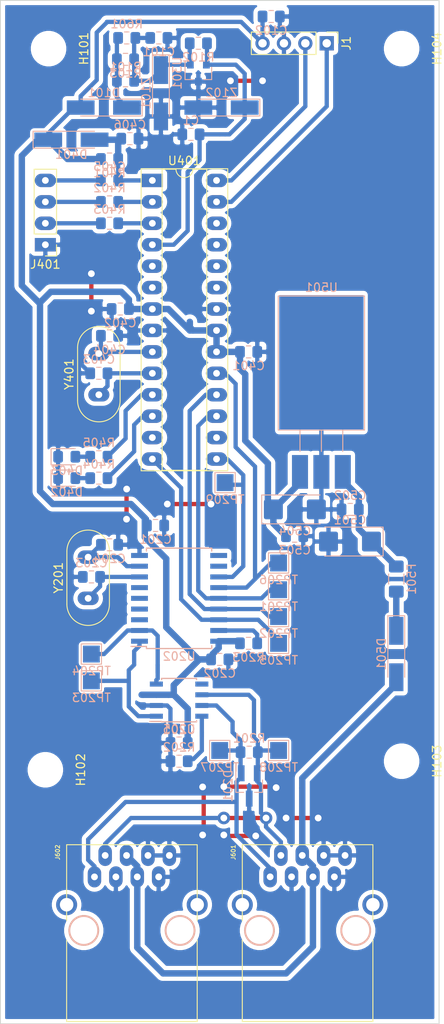
<source format=kicad_pcb>
(kicad_pcb (version 20171130) (host pcbnew "(5.1.2)-1")
  (layers (0 F.Cu jumper) (31 B.Cu signal) (34 B.Paste user) (35 F.Paste user) (36 B.SilkS user hide) (37 F.SilkS user) (38 B.Mask user) (39 F.Mask user) (44 Edge.Cuts user))
  (net 0 "")
  (net 1 GND)
  (net 2 +5V)
  (net 3 /MCU/RESET)
  (net 4 "Net-(C203-Pad1)")
  (net 5 "Net-(C204-Pad1)")
  (net 6 "Net-(C403-Pad1)")
  (net 7 "Net-(C404-Pad1)")
  (net 8 "Net-(C405-Pad2)")
  (net 9 "/POWER SUPPLY/+18V_OUT")
  (net 10 /MCU/LED2)
  (net 11 /MCU/LED1)
  (net 12 "Net-(D501-Pad1)")
  (net 13 "/POWER SUPPLY/+18V_IN")
  (net 14 "/CANBUS CONN/CAN_L")
  (net 15 "/CANBUS CONN/CAN_H")
  (net 16 "Net-(R202-Pad1)")
  (net 17 "Net-(R203-Pad2)")
  (net 18 /MCU/USART_RX)
  (net 19 "Net-(J401-Pad3)")
  (net 20 "Net-(J401-Pad2)")
  (net 21 /MCU/USART_TX)
  (net 22 /MOSI)
  (net 23 /MISO)
  (net 24 /CANBUS/TXCAN)
  (net 25 /CANBUS/RXCAN)
  (net 26 /CANBUS/CS)
  (net 27 /SCK)
  (net 28 /CANBUS/INT)
  (net 29 "Net-(U401-Pad5)")
  (net 30 "Net-(U401-Pad6)")
  (net 31 "Net-(U401-Pad24)")
  (net 32 "Net-(U401-Pad25)")
  (net 33 "Net-(U401-Pad26)")
  (net 34 "Net-(U401-Pad13)")
  (net 35 "Net-(U201-Pad5)")
  (net 36 "Net-(U202-Pad3)")
  (net 37 "Net-(U202-Pad4)")
  (net 38 "Net-(U202-Pad5)")
  (net 39 "Net-(U202-Pad6)")
  (net 40 "Net-(U202-Pad11)")
  (net 41 "Net-(D402-Pad2)")
  (net 42 "Net-(D403-Pad2)")
  (net 43 "Net-(U401-Pad16)")
  (net 44 "Net-(U202-Pad10)")
  (net 45 "Net-(U401-Pad23)")
  (net 46 /MCU/SDA)
  (net 47 /MCU/SCL)
  (net 48 /MCU/VOUT)
  (net 49 "Net-(C101-Pad1)")
  (net 50 "Net-(D101-Pad1)")
  (module TestPoint:TestPoint_Pad_2.0x2.0mm (layer B.Cu) (at 86.36 97.79)
    (fp_text reference TP209 (at 0 1.998) (layer B.SilkS) (effects (justify mirror)))
    (fp_text value INT)
    (pad 1 smd rect (at 0 0) (size 2 2) (layers B.Cu B.Mask) (net 28 /CANBUS/INT))
  )
  (module TestPoint:TestPoint_Pad_2.0x2.0mm (layer B.Cu) (at 92.71 129.54)
    (fp_text reference TP208 (at 0 1.998) (layer B.SilkS) (effects (justify mirror)))
    (fp_text value CAN_L)
    (pad 1 smd rect (at 0 0) (size 2 2) (layers B.Cu B.Mask) (net 14 "/CANBUS CONN/CAN_L"))
  )
  (module TestPoint:TestPoint_Pad_2.0x2.0mm (layer B.Cu) (at 85.725 129.54)
    (fp_text reference TP207 (at 0 1.998) (layer B.SilkS) (effects (justify mirror)))
    (fp_text value CAN_H)
    (pad 1 smd rect (at 0 0) (size 2 2) (layers B.Cu B.Mask) (net 15 "/CANBUS CONN/CAN_H"))
  )
  (module TestPoint:TestPoint_Pad_2.0x2.0mm (layer B.Cu) (at 92.71 107.315)
    (fp_text reference TP206 (at 0 1.998) (layer B.SilkS) (effects (justify mirror)))
    (fp_text value SCK)
    (pad 1 smd rect (at 0 0) (size 2 2) (layers B.Cu B.Mask) (net 27 /SCK))
  )
  (module TestPoint:TestPoint_Pad_2.0x2.0mm (layer B.Cu) (at 92.71 116.84)
    (fp_text reference TP205 (at 0 1.998) (layer B.SilkS) (effects (justify mirror)))
    (fp_text value SC)
    (pad 1 smd rect (at 0 0) (size 2 2) (layers B.Cu B.Mask) (net 26 /CANBUS/CS))
  )
  (module TestPoint:TestPoint_Pad_2.0x2.0mm (layer B.Cu) (at 70.485 118.11)
    (fp_text reference TP204 (at 0 1.998) (layer B.SilkS) (effects (justify mirror)))
    (fp_text value RXCAN)
    (pad 1 smd rect (at 0 0) (size 2 2) (layers B.Cu B.Mask) (net 25 /CANBUS/RXCAN))
  )
  (module TestPoint:TestPoint_Pad_2.0x2.0mm (layer B.Cu) (at 70.485 121.285)
    (fp_text reference TP203 (at 0 1.998) (layer B.SilkS) (effects (justify mirror)))
    (fp_text value TXCAN)
    (pad 1 smd rect (at 0 0) (size 2 2) (layers B.Cu B.Mask) (net 24 /CANBUS/TXCAN))
  )
  (module TestPoint:TestPoint_Pad_2.0x2.0mm (layer B.Cu) (at 92.71 113.665)
    (fp_text reference TP202 (at 0 1.998) (layer B.SilkS) (effects (justify mirror)))
    (fp_text value SO)
    (pad 1 smd rect (at 0 0) (size 2 2) (layers B.Cu B.Mask) (net 23 /MISO))
  )
  (module TestPoint:TestPoint_Pad_2.0x2.0mm (layer B.Cu) (at 92.71 110.49)
    (fp_text reference TP201 (at 0 1.998) (layer B.SilkS) (effects (justify mirror)))
    (fp_text value SI)
    (pad 1 smd rect (at 0 0) (size 2 2) (layers B.Cu B.Mask) (net 22 /MOSI))
  )
  (module Capacitor_SMD:C_0805_2012Metric_Pad1.15x1.40mm_HandSolder (layer B.Cu) (at 91.83 42.545)
    (fp_text reference C102 (at 0 1.65) (layer B.SilkS) (effects (justify mirror)))
    (fp_text value 100nF)
    (pad 2 smd roundrect (at 1.025 0) (size 1.15 1.4) (layers B.Cu B.Paste B.Mask) (roundrect_rratio 0.217391) (net 1 GND))
    (pad 1 smd roundrect (at -1.025 0) (size 1.15 1.4) (layers B.Cu B.Paste B.Mask) (roundrect_rratio 0.217) (net 2 +5V))
  )
  (module Capacitor_SMD:C_0805_2012Metric_Pad1.15x1.40mm_HandSolder (layer B.Cu) (at 78.495 45.085)
    (fp_text reference C101 (at 0 1.65) (layer B.SilkS) (effects (justify mirror)))
    (fp_text value 100n)
    (pad 2 smd roundrect (at 1.025 0) (size 1.15 1.4) (layers B.Cu B.Paste B.Mask) (roundrect_rratio 0.217391) (net 1 GND))
    (pad 1 smd roundrect (at -1.025 0) (size 1.15 1.4) (layers B.Cu B.Paste B.Mask) (roundrect_rratio 0.217391) (net 49 "Net-(C101-Pad1)"))
  )
  (module Resistor_SMD:R_0805_2012Metric_Pad1.15x1.40mm_HandSolder (layer B.Cu) (at 74.685 45.085 180)
    (fp_text reference R601 (at 0 1.65) (layer B.SilkS) (effects (justify mirror)))
    (fp_text value 330)
    (pad 2 smd roundrect (at 1.025 0 180) (size 1.15 1.4) (layers B.Cu B.Paste B.Mask) (roundrect_rratio 0.217391) (net 50 "Net-(D101-Pad1)"))
    (pad 1 smd roundrect (at -1.025 0 180) (size 1.15 1.4) (layers B.Cu B.Paste B.Mask) (roundrect_rratio 0.217391) (net 49 "Net-(C101-Pad1)"))
  )
  (module Resistor_SMD:R_0805_2012Metric_Pad1.15x1.40mm_HandSolder (layer B.Cu) (at 74.54 47.625)
    (fp_text reference R103 (at 0 1.65) (layer B.SilkS) (effects (justify mirror)))
    (fp_text value 330)
    (pad 2 smd roundrect (at 1.025 0) (size 1.15 1.4) (layers B.Cu B.Paste B.Mask) (roundrect_rratio 0.217391) (net 49 "Net-(C101-Pad1)"))
    (pad 1 smd roundrect (at -1.025 0) (size 1.15 1.4) (layers B.Cu B.Paste B.Mask) (roundrect_rratio 0.217391) (net 50 "Net-(D101-Pad1)"))
  )
  (module Resistor_SMD:R_0805_2012Metric_Pad1.15x1.40mm_HandSolder (layer B.Cu) (at 83.185 45.72)
    (fp_text reference R102 (at 0 1.65) (layer B.SilkS) (effects (justify mirror)))
    (fp_text value 10k)
    (pad 2 smd roundrect (at 1.025 0) (size 1.15 1.4) (layers B.Cu B.Paste B.Mask) (roundrect_rratio 0.217391) (net 48 /MCU/VOUT))
    (pad 1 smd roundrect (at -1.025 0) (size 1.15 1.4) (layers B.Cu B.Paste B.Mask) (roundrect_rratio 0.217391) (net 49 "Net-(C101-Pad1)"))
  )
  (module Package_DIP:DIP-28_W7.62mm_Socket (layer F.Cu) (at 77.724 61.976)
    (fp_text reference U401 (at 3.81 -2.33) (layer F.SilkS))
    (fp_text value ATMEGA328P-PU)
    (pad 1 thru_hole rect (at 0 0) (size 2.5 1.6) (drill 0.8) (layers *.Cu *.Mask) (net 3 /MCU/RESET))
    (pad 15 thru_hole oval (at 7.62 33.02) (size 2.5 1.6) (drill 0.8) (layers *.Cu *.Mask) (net 28 /CANBUS/INT))
    (pad 2 thru_hole oval (at 0 2.54) (size 2.5 1.6) (drill 0.8) (layers *.Cu *.Mask) (net 18 /MCU/USART_RX))
    (pad 16 thru_hole oval (at 7.62 30.48) (size 2.5 1.6) (drill 0.8) (layers *.Cu *.Mask) (net 43 "Net-(U401-Pad16)"))
    (pad 3 thru_hole oval (at 0 5.08) (size 2.5 1.6) (drill 0.8) (layers *.Cu *.Mask) (net 21 /MCU/USART_TX))
    (pad 17 thru_hole oval (at 7.62 27.94) (size 2.5 1.6) (drill 0.8) (layers *.Cu *.Mask) (net 22 /MOSI))
    (pad 4 thru_hole oval (at 0 7.62) (size 2.5 1.6) (drill 0.8) (layers *.Cu *.Mask) (net 48 /MCU/VOUT))
    (pad 18 thru_hole oval (at 7.62 25.4) (size 2.5 1.6) (drill 0.8) (layers *.Cu *.Mask) (net 23 /MISO))
    (pad 5 thru_hole oval (at 0 10.16) (size 2.5 1.6) (drill 0.8) (layers *.Cu *.Mask) (net 29 "Net-(U401-Pad5)"))
    (pad 19 thru_hole oval (at 7.62 22.86) (size 2.5 1.6) (drill 0.8) (layers *.Cu *.Mask) (net 27 /SCK))
    (pad 6 thru_hole oval (at 0 12.7) (size 2.5 1.6) (drill 0.8) (layers *.Cu *.Mask) (net 30 "Net-(U401-Pad6)"))
    (pad 20 thru_hole oval (at 7.62 20.32) (size 2.5 1.6) (drill 0.8) (layers *.Cu *.Mask) (net 2 +5V))
    (pad 7 thru_hole oval (at 0 15.24) (size 2.5 1.6) (drill 0.8) (layers *.Cu *.Mask) (net 2 +5V))
    (pad 21 thru_hole oval (at 7.62 17.78) (size 2.5 1.6) (drill 0.8) (layers *.Cu *.Mask) (net 2 +5V))
    (pad 8 thru_hole oval (at 0 17.78) (size 2.5 1.6) (drill 0.8) (layers *.Cu *.Mask) (net 1 GND))
    (pad 22 thru_hole oval (at 7.62 15.24) (size 2.5 1.6) (drill 0.8) (layers *.Cu *.Mask) (net 1 GND))
    (pad 9 thru_hole oval (at 0 20.32) (size 2.5 1.6) (drill 0.8) (layers *.Cu *.Mask) (net 7 "Net-(C404-Pad1)"))
    (pad 23 thru_hole oval (at 7.62 12.7) (size 2.5 1.6) (drill 0.8) (layers *.Cu *.Mask) (net 45 "Net-(U401-Pad23)"))
    (pad 10 thru_hole oval (at 0 22.86) (size 2.5 1.6) (drill 0.8) (layers *.Cu *.Mask) (net 6 "Net-(C403-Pad1)"))
    (pad 24 thru_hole oval (at 7.62 10.16) (size 2.5 1.6) (drill 0.8) (layers *.Cu *.Mask) (net 31 "Net-(U401-Pad24)"))
    (pad 11 thru_hole oval (at 0 25.4) (size 2.5 1.6) (drill 0.8) (layers *.Cu *.Mask) (net 11 /MCU/LED1))
    (pad 25 thru_hole oval (at 7.62 7.62) (size 2.5 1.6) (drill 0.8) (layers *.Cu *.Mask) (net 32 "Net-(U401-Pad25)"))
    (pad 12 thru_hole oval (at 0 27.94) (size 2.5 1.6) (drill 0.8) (layers *.Cu *.Mask) (net 10 /MCU/LED2))
    (pad 26 thru_hole oval (at 7.62 5.08) (size 2.5 1.6) (drill 0.8) (layers *.Cu *.Mask) (net 33 "Net-(U401-Pad26)"))
    (pad 13 thru_hole oval (at 0 30.48) (size 2.5 1.6) (drill 0.8) (layers *.Cu *.Mask) (net 34 "Net-(U401-Pad13)"))
    (pad 27 thru_hole oval (at 7.62 2.54) (size 2.5 1.6) (drill 0.8) (layers *.Cu *.Mask) (net 46 /MCU/SDA))
    (pad 14 thru_hole oval (at 0 33.02) (size 2.5 1.6) (drill 0.8) (layers *.Cu *.Mask) (net 26 /CANBUS/CS))
    (pad 28 thru_hole oval (at 7.62 0) (size 2.5 1.6) (drill 0.8) (layers *.Cu *.Mask) (net 47 /MCU/SCL))
  )
  (module Diode_SMD:D_MiniMELF_Handsoldering (layer B.Cu) (at 71.965 53.34 180)
    (fp_text reference D101 (at 0 1.75 180) (layer B.SilkS) (effects (justify mirror)))
    (fp_text value LL4148)
    (pad 2 smd rect (at 2.75 0 180) (size 3.3 1.7) (layers B.Cu B.Paste B.Mask) (net 2 +5V))
    (pad 1 smd rect (at -2.75 0 180) (size 3.3 1.7) (layers B.Cu B.Paste B.Mask) (net 50 "Net-(D101-Pad1)"))
  )
  (module Diode_SMD:D_MiniMELF_Handsoldering (layer B.Cu) (at 85.935 53.34 180)
    (fp_text reference Z102 (at 0 1.75 180) (layer B.SilkS) (effects (justify mirror)))
    (fp_text value 4.7V)
    (pad 2 smd rect (at 2.75 0 180) (size 3.3 1.7) (layers B.Cu B.Paste B.Mask) (net 1 GND))
    (pad 1 smd rect (at -2.75 0 180) (size 3.3 1.7) (layers B.Cu B.Paste B.Mask) (net 48 /MCU/VOUT))
  )
  (module Diode_SMD:D_MiniMELF_Handsoldering (layer B.Cu) (at 78.74 51.645 270)
    (fp_text reference Z101 (at 0 1.75 270) (layer B.SilkS) (effects (justify mirror)))
    (fp_text value 4.7V)
    (pad 2 smd rect (at 2.75 0 270) (size 3.3 1.7) (layers B.Cu B.Paste B.Mask) (net 1 GND))
    (pad 1 smd rect (at -2.75 0 270) (size 3.3 1.7) (layers B.Cu B.Paste B.Mask) (net 49 "Net-(C101-Pad1)"))
  )
  (module Package_TO_SOT_SMD:SOT-23 (layer B.Cu) (at 83.185 49.26 270)
    (fp_text reference U301 (at 0 2.5 270) (layer B.SilkS) (effects (justify mirror)))
    (fp_text value A1101ELHL)
    (pad 3 smd rect (at 1 0 270) (size 0.9 0.8) (layers B.Cu B.Paste B.Mask) (net 1 GND))
    (pad 2 smd rect (at -1 -0.95 270) (size 0.9 0.8) (layers B.Cu B.Paste B.Mask) (net 48 /MCU/VOUT))
    (pad 1 smd rect (at -1 0.95 270) (size 0.9 0.8) (layers B.Cu B.Paste B.Mask) (net 49 "Net-(C101-Pad1)"))
  )
  (module Resistor_SMD:R_0805_2012Metric_Pad1.15x1.40mm_HandSolder (layer B.Cu) (at 74.54 50.165 180)
    (fp_text reference R101 (at 0 1.65) (layer B.SilkS) (effects (justify mirror)))
    (fp_text value 330)
    (pad 2 smd roundrect (at 1.025 0 180) (size 1.15 1.4) (layers B.Cu B.Paste B.Mask) (roundrect_rratio 0.217) (net 50 "Net-(D101-Pad1)"))
    (pad 1 smd roundrect (at -1.025 0 180) (size 1.15 1.4) (layers B.Cu B.Paste B.Mask) (roundrect_rratio 0.217) (net 49 "Net-(C101-Pad1)"))
  )
  (module Capacitor_SMD:C_0805_2012Metric_Pad1.15x1.40mm_HandSolder (layer B.Cu) (at 82.305 56.515 180)
    (fp_text reference C1 (at 0 1.65 180) (layer B.SilkS) (effects (justify mirror)))
    (fp_text value 4.7n)
    (pad 2 smd roundrect (at 1.025 0 180) (size 1.15 1.4) (layers B.Cu B.Paste B.Mask) (roundrect_rratio 0.217) (net 1 GND))
    (pad 1 smd roundrect (at -1.025 0 180) (size 1.15 1.4) (layers B.Cu B.Paste B.Mask) (roundrect_rratio 0.217391) (net 48 /MCU/VOUT))
  )
  (module Connector_PinHeader_2.54mm:PinHeader_1x04_P2.54mm_Vertical (layer F.Cu) (at 98.425 45.72 270)
    (fp_text reference J1 (at 0 -2.33 270) (layer F.SilkS))
    (fp_text value Conn_01x04)
    (pad 1 thru_hole rect (at 0 0 270) (size 1.7 1.7) (drill 1) (layers *.Cu *.Mask) (net 46 /MCU/SDA))
    (pad 2 thru_hole oval (at 0 2.54 270) (size 1.7 1.7) (drill 1) (layers *.Cu *.Mask) (net 47 /MCU/SCL))
    (pad 3 thru_hole oval (at 0 5.08 270) (size 1.7 1.7) (drill 1) (layers *.Cu *.Mask) (net 1 GND))
    (pad 4 thru_hole oval (at 0 7.62 270) (size 1.7 1.7) (drill 1) (layers *.Cu *.Mask) (net 2 +5V))
  )
  (module Capacitor_Tantalum_SMD:CP_EIA-6032-20_AVX-F_Pad2.25x2.35mm_HandSolder (layer B.Cu) (at 101.185 104.775 180)
    (fp_text reference C501 (at 0 2.55 180) (layer B.SilkS) (effects (justify mirror)))
    (fp_text value 1uF)
    (pad 1 smd roundrect (at -2.55 0 180) (size 2.25 2.35) (layers B.Cu B.Paste B.Mask) (roundrect_rratio 0.111111) (net 9 "/POWER SUPPLY/+18V_OUT"))
    (pad 2 smd roundrect (at 2.55 0 180) (size 2.25 2.35) (layers B.Cu B.Paste B.Mask) (roundrect_rratio 0.111111) (net 1 GND))
  )
  (module Capacitor_Tantalum_SMD:CP_EIA-6032-20_AVX-F_Pad2.25x2.35mm_HandSolder (layer B.Cu) (at 94.64 100.965)
    (fp_text reference C504 (at 0 2.55) (layer B.SilkS) (effects (justify mirror)))
    (fp_text value 1uF)
    (pad 2 smd roundrect (at 2.55 0) (size 2.25 2.35) (layers B.Cu B.Paste B.Mask) (roundrect_rratio 0.111111) (net 1 GND))
    (pad 1 smd roundrect (at -2.55 0) (size 2.25 2.35) (layers B.Cu B.Paste B.Mask) (roundrect_rratio 0.111111) (net 2 +5V))
  )
  (module KicadZeniteSolarLibrary18:TO-220-3_Horizontal_TabDown_SMD (layer B.Cu) (at 100.33 95.25 180)
    (fp_text reference U501 (at 2.54 20.58 180) (layer B.SilkS) (effects (justify mirror)))
    (fp_text value LM7805)
    (pad "" smd rect (at 2.54 11.684 180) (size 10 16) (layers B.Cu B.Paste B.Mask))
    (pad 1 smd rect (at 0 -1.27 180) (size 1.905 4) (layers B.Cu B.Paste B.Mask) (net 9 "/POWER SUPPLY/+18V_OUT"))
    (pad 2 smd rect (at 2.54 -1.27 180) (size 1.905 4) (layers B.Cu B.Paste B.Mask) (net 1 GND))
    (pad 3 smd rect (at 5.08 -1.27 180) (size 1.905 4) (layers B.Cu B.Paste B.Mask) (net 2 +5V))
  )
  (module Package_TO_SOT_SMD:SOT-23_Handsoldering (layer B.Cu) (at 89.22 133.74 270)
    (fp_text reference D201 (at 0 2.5 270) (layer B.SilkS) (effects (justify mirror)))
    (fp_text value pesd1can)
    (pad 3 smd rect (at 1.5 0 270) (size 1.9 0.8) (layers B.Cu B.Paste B.Mask) (net 1 GND))
    (pad 2 smd rect (at -1.5 -0.95 270) (size 1.9 0.8) (layers B.Cu B.Paste B.Mask) (net 14 "/CANBUS CONN/CAN_L"))
    (pad 1 smd rect (at -1.5 0.95 270) (size 1.9 0.8) (layers B.Cu B.Paste B.Mask) (net 15 "/CANBUS CONN/CAN_H"))
  )
  (module Fuse:Fuse_1206_3216Metric_Pad1.42x1.75mm_HandSolder (layer B.Cu) (at 106.68 109.22 90)
    (fp_text reference F501 (at 0 1.82 90) (layer B.SilkS) (effects (justify mirror)))
    (fp_text value 500mA)
    (pad 1 smd roundrect (at -1.4875 0 90) (size 1.425 1.75) (layers B.Cu B.Paste B.Mask) (roundrect_rratio 0.175439) (net 12 "Net-(D501-Pad1)"))
    (pad 2 smd roundrect (at 1.4875 0 90) (size 1.425 1.75) (layers B.Cu B.Paste B.Mask) (roundrect_rratio 0.175439) (net 9 "/POWER SUPPLY/+18V_OUT"))
  )
  (module KicadZeniteSolarLibrary18:RJ45_YH59_01 (layer F.Cu) (at 91.704 144.518)
    (fp_text reference J601 (at -4.364296 -2.909696 270) (layer F.SilkS) (effects (font (size 0.5 0.5) (thickness 0.1))))
    (fp_text value RJ45)
    (pad "" np_thru_hole circle (at 10.165 6.346) (size 3.65 3.65) (drill 3.2) (layers *.Cu *.SilkS *.Mask))
    (pad "" np_thru_hole circle (at -1.265 6.346) (size 3.65 3.65) (drill 3.2) (layers *.Cu *.SilkS *.Mask))
    (pad 1 thru_hole oval (at 0.005 -0.004) (size 1.6 2.5) (drill 0.8) (layers *.Cu *.Mask) (net 15 "/CANBUS CONN/CAN_H"))
    (pad 2 thru_hole oval (at 1.275 -2.544) (size 1.6 2.5) (drill 0.8) (layers *.Cu *.Mask) (net 14 "/CANBUS CONN/CAN_L"))
    (pad 3 thru_hole oval (at 2.545 -0.004) (size 1.6 2.5) (drill 0.8) (layers *.Cu *.Mask) (net 1 GND))
    (pad 4 thru_hole oval (at 3.815 -2.544) (size 1.6 2.5) (drill 0.8) (layers *.Cu *.Mask) (net 13 "/POWER SUPPLY/+18V_IN"))
    (pad 5 thru_hole oval (at 5.085 -0.004) (size 1.6 2.5) (drill 0.8) (layers *.Cu *.Mask) (net 13 "/POWER SUPPLY/+18V_IN"))
    (pad 6 thru_hole oval (at 6.355 -2.544) (size 1.6 2.5) (drill 0.8) (layers *.Cu *.Mask) (net 1 GND))
    (pad 7 thru_hole oval (at 7.625 -0.004) (size 1.6 2.5) (drill 0.8) (layers *.Cu *.Mask) (net 1 GND))
    (pad 8 thru_hole oval (at 8.895 -2.544) (size 1.6 2.5) (drill 0.8) (layers *.Cu *.Mask) (net 1 GND))
    (pad 9 thru_hole circle (at -3.3 3.296) (size 2.5 2.5) (drill 1.6) (layers *.Cu *.Mask))
    (pad 9 thru_hole circle (at 12.2 3.296) (size 2.5 2.5) (drill 1.6) (layers *.Cu *.Mask))
  )
  (module KicadZeniteSolarLibrary18:RJ45_YH59_01 (layer F.Cu) (at 70.849 144.522)
    (fp_text reference J602 (at -4.364296 -2.909696 270) (layer F.SilkS) (effects (font (size 0.5 0.5) (thickness 0.1))))
    (fp_text value RJ45)
    (pad "" np_thru_hole circle (at 10.165 6.346) (size 3.65 3.65) (drill 3.2) (layers *.Cu *.SilkS *.Mask))
    (pad "" np_thru_hole circle (at -1.265 6.346) (size 3.65 3.65) (drill 3.2) (layers *.Cu *.SilkS *.Mask))
    (pad 1 thru_hole oval (at 0.005 -0.004) (size 1.6 2.5) (drill 0.8) (layers *.Cu *.Mask) (net 15 "/CANBUS CONN/CAN_H"))
    (pad 2 thru_hole oval (at 1.275 -2.544) (size 1.6 2.5) (drill 0.8) (layers *.Cu *.Mask) (net 14 "/CANBUS CONN/CAN_L"))
    (pad 3 thru_hole oval (at 2.545 -0.004) (size 1.6 2.5) (drill 0.8) (layers *.Cu *.Mask) (net 1 GND))
    (pad 4 thru_hole oval (at 3.815 -2.544) (size 1.6 2.5) (drill 0.8) (layers *.Cu *.Mask) (net 13 "/POWER SUPPLY/+18V_IN"))
    (pad 5 thru_hole oval (at 5.085 -0.004) (size 1.6 2.5) (drill 0.8) (layers *.Cu *.Mask) (net 13 "/POWER SUPPLY/+18V_IN"))
    (pad 6 thru_hole oval (at 6.355 -2.544) (size 1.6 2.5) (drill 0.8) (layers *.Cu *.Mask) (net 1 GND))
    (pad 7 thru_hole oval (at 7.625 -0.004) (size 1.6 2.5) (drill 0.8) (layers *.Cu *.Mask) (net 1 GND))
    (pad 8 thru_hole oval (at 8.895 -2.544) (size 1.6 2.5) (drill 0.8) (layers *.Cu *.Mask) (net 1 GND))
    (pad 9 thru_hole circle (at -3.3 3.296) (size 2.5 2.5) (drill 1.6) (layers *.Cu *.Mask))
    (pad 9 thru_hole circle (at 12.2 3.296) (size 2.5 2.5) (drill 1.6) (layers *.Cu *.Mask))
  )
  (module Capacitor_SMD:C_0805_2012Metric_Pad1.15x1.40mm_HandSolder (layer B.Cu) (at 78.105 102.87)
    (fp_text reference C201 (at 0 1.65) (layer B.SilkS) (effects (justify mirror)))
    (fp_text value 100nF)
    (pad 1 smd roundrect (at -1.025 0) (size 1.15 1.4) (layers B.Cu B.Paste B.Mask) (roundrect_rratio 0.217391) (net 2 +5V))
    (pad 2 smd roundrect (at 1.025 0) (size 1.15 1.4) (layers B.Cu B.Paste B.Mask) (roundrect_rratio 0.217391) (net 1 GND))
  )
  (module Capacitor_SMD:C_0805_2012Metric_Pad1.15x1.40mm_HandSolder (layer B.Cu) (at 85.725 118.745)
    (fp_text reference C202 (at 0 1.65) (layer B.SilkS) (effects (justify mirror)))
    (fp_text value 100nF)
    (pad 1 smd roundrect (at -1.025 0) (size 1.15 1.4) (layers B.Cu B.Paste B.Mask) (roundrect_rratio 0.217391) (net 2 +5V))
    (pad 2 smd roundrect (at 1.025 0) (size 1.15 1.4) (layers B.Cu B.Paste B.Mask) (roundrect_rratio 0.217391) (net 1 GND))
  )
  (module Capacitor_SMD:C_0805_2012Metric_Pad1.15x1.40mm_HandSolder (layer B.Cu) (at 70.494 108.966 180)
    (fp_text reference C203 (at 0 1.65 180) (layer B.SilkS) (effects (justify mirror)))
    (fp_text value 22pF)
    (pad 1 smd roundrect (at -1.025 0 180) (size 1.15 1.4) (layers B.Cu B.Paste B.Mask) (roundrect_rratio 0.217391) (net 4 "Net-(C203-Pad1)"))
    (pad 2 smd roundrect (at 1.025 0 180) (size 1.15 1.4) (layers B.Cu B.Paste B.Mask) (roundrect_rratio 0.217391) (net 1 GND))
  )
  (module Capacitor_SMD:C_0805_2012Metric_Pad1.15x1.40mm_HandSolder (layer B.Cu) (at 72.644 105.156)
    (fp_text reference C204 (at 0 1.65) (layer B.SilkS) (effects (justify mirror)))
    (fp_text value 22pF)
    (pad 1 smd roundrect (at -1.025 0) (size 1.15 1.4) (layers B.Cu B.Paste B.Mask) (roundrect_rratio 0.217391) (net 5 "Net-(C204-Pad1)"))
    (pad 2 smd roundrect (at 1.025 0) (size 1.15 1.4) (layers B.Cu B.Paste B.Mask) (roundrect_rratio 0.217391) (net 1 GND))
  )
  (module Capacitor_SMD:C_0805_2012Metric_Pad1.15x1.40mm_HandSolder (layer B.Cu) (at 80.899 128.651 180)
    (fp_text reference C205 (at 0 1.65 180) (layer B.SilkS) (effects (justify mirror)))
    (fp_text value 100nF)
    (pad 1 smd roundrect (at -1.025 0 180) (size 1.15 1.4) (layers B.Cu B.Paste B.Mask) (roundrect_rratio 0.217391) (net 2 +5V))
    (pad 2 smd roundrect (at 1.025 0 180) (size 1.15 1.4) (layers B.Cu B.Paste B.Mask) (roundrect_rratio 0.217391) (net 1 GND))
  )
  (module Capacitor_SMD:C_0805_2012Metric_Pad1.15x1.40mm_HandSolder (layer B.Cu) (at 89.154 82.296)
    (fp_text reference C401 (at 0 1.65) (layer B.SilkS) (effects (justify mirror)))
    (fp_text value 100nF)
    (pad 1 smd roundrect (at -1.025 0) (size 1.15 1.4) (layers B.Cu B.Paste B.Mask) (roundrect_rratio 0.217391) (net 2 +5V))
    (pad 2 smd roundrect (at 1.025 0) (size 1.15 1.4) (layers B.Cu B.Paste B.Mask) (roundrect_rratio 0.217391) (net 1 GND))
  )
  (module Capacitor_SMD:C_0805_2012Metric_Pad1.15x1.40mm_HandSolder (layer B.Cu) (at 73.914 77.216)
    (fp_text reference C402 (at 0 1.65) (layer B.SilkS) (effects (justify mirror)))
    (fp_text value 100nF)
    (pad 1 smd roundrect (at -1.025 0) (size 1.15 1.4) (layers B.Cu B.Paste B.Mask) (roundrect_rratio 0.217391) (net 1 GND))
    (pad 2 smd roundrect (at 1.025 0) (size 1.15 1.4) (layers B.Cu B.Paste B.Mask) (roundrect_rratio 0.217391) (net 2 +5V))
  )
  (module Capacitor_SMD:C_0805_2012Metric_Pad1.15x1.40mm_HandSolder (layer B.Cu) (at 71.374 84.836 180)
    (fp_text reference C403 (at 0 1.65 180) (layer B.SilkS) (effects (justify mirror)))
    (fp_text value 22pF)
    (pad 1 smd roundrect (at -1.025 0 180) (size 1.15 1.4) (layers B.Cu B.Paste B.Mask) (roundrect_rratio 0.217391) (net 6 "Net-(C403-Pad1)"))
    (pad 2 smd roundrect (at 1.025 0 180) (size 1.15 1.4) (layers B.Cu B.Paste B.Mask) (roundrect_rratio 0.217391) (net 1 GND))
  )
  (module Capacitor_SMD:C_0805_2012Metric_Pad1.15x1.40mm_HandSolder (layer B.Cu) (at 72.644 80.391)
    (fp_text reference C404 (at 0 1.65) (layer B.SilkS) (effects (justify mirror)))
    (fp_text value 22pF)
    (pad 1 smd roundrect (at -1.025 0) (size 1.15 1.4) (layers B.Cu B.Paste B.Mask) (roundrect_rratio 0.217391) (net 7 "Net-(C404-Pad1)"))
    (pad 2 smd roundrect (at 1.025 0) (size 1.15 1.4) (layers B.Cu B.Paste B.Mask) (roundrect_rratio 0.217391) (net 1 GND))
  )
  (module Capacitor_SMD:C_0805_2012Metric_Pad1.15x1.40mm_HandSolder (layer B.Cu) (at 72.644 61.976 180)
    (fp_text reference C405 (at 0 1.65 180) (layer B.SilkS) (effects (justify mirror)))
    (fp_text value 100nF)
    (pad 1 smd roundrect (at -1.025 0 180) (size 1.15 1.4) (layers B.Cu B.Paste B.Mask) (roundrect_rratio 0.217391) (net 3 /MCU/RESET))
    (pad 2 smd roundrect (at 1.025 0 180) (size 1.15 1.4) (layers B.Cu B.Paste B.Mask) (roundrect_rratio 0.217391) (net 8 "Net-(C405-Pad2)"))
  )
  (module Capacitor_SMD:C_0805_2012Metric_Pad1.15x1.40mm_HandSolder (layer B.Cu) (at 75.057 57.023 180)
    (fp_text reference C406 (at 0 1.65 180) (layer B.SilkS) (effects (justify mirror)))
    (fp_text value 100nF)
    (pad 1 smd roundrect (at -1.025 0 180) (size 1.15 1.4) (layers B.Cu B.Paste B.Mask) (roundrect_rratio 0.217391) (net 1 GND))
    (pad 2 smd roundrect (at 1.025 0 180) (size 1.15 1.4) (layers B.Cu B.Paste B.Mask) (roundrect_rratio 0.217391) (net 3 /MCU/RESET))
  )
  (module Capacitor_SMD:C_0805_2012Metric_Pad1.15x1.40mm_HandSolder (layer B.Cu) (at 101.21 100.965 180)
    (fp_text reference C502 (at 0 1.65 180) (layer B.SilkS) (effects (justify mirror)))
    (fp_text value 100nF)
    (pad 1 smd roundrect (at -1.025 0 180) (size 1.15 1.4) (layers B.Cu B.Paste B.Mask) (roundrect_rratio 0.217391) (net 9 "/POWER SUPPLY/+18V_OUT"))
    (pad 2 smd roundrect (at 1.025 0 180) (size 1.15 1.4) (layers B.Cu B.Paste B.Mask) (roundrect_rratio 0.217391) (net 1 GND))
  )
  (module Capacitor_SMD:C_0805_2012Metric_Pad1.15x1.40mm_HandSolder (layer B.Cu) (at 94.615 104.14)
    (fp_text reference C503 (at 0 1.65) (layer B.SilkS) (effects (justify mirror)))
    (fp_text value 100nF)
    (pad 1 smd roundrect (at -1.025 0) (size 1.15 1.4) (layers B.Cu B.Paste B.Mask) (roundrect_rratio 0.217391) (net 2 +5V))
    (pad 2 smd roundrect (at 1.025 0) (size 1.15 1.4) (layers B.Cu B.Paste B.Mask) (roundrect_rratio 0.217391) (net 1 GND))
  )
  (module Connector_PinHeader_2.54mm:PinHeader_1x04_P2.54mm_Vertical (layer F.Cu) (at 65.024 69.596 180)
    (fp_text reference J401 (at 0 -2.33 180) (layer F.SilkS))
    (fp_text value USART)
    (pad 1 thru_hole rect (at 0 0 180) (size 2.5 1.6) (drill 0.8) (layers *.Cu *.Mask) (net 1 GND))
    (pad 2 thru_hole oval (at 0 2.54 180) (size 2.5 1.6) (drill 0.8) (layers *.Cu *.Mask) (net 20 "Net-(J401-Pad2)"))
    (pad 3 thru_hole oval (at 0 5.08 180) (size 2.5 1.6) (drill 0.8) (layers *.Cu *.Mask) (net 19 "Net-(J401-Pad3)"))
    (pad 4 thru_hole oval (at 0 7.62 180) (size 2.5 1.6) (drill 0.8) (layers *.Cu *.Mask) (net 8 "Net-(C405-Pad2)"))
  )
  (module Crystal:Crystal_HC49-U_Vertical (layer F.Cu) (at 70.104 111.506 90)
    (fp_text reference Y201 (at 2.44 -3.525 90) (layer F.SilkS))
    (fp_text value 16MHz)
    (pad 1 thru_hole oval (at 0 0 90) (size 1.6 2.5) (drill 0.8) (layers *.Cu *.Mask) (net 4 "Net-(C203-Pad1)"))
    (pad 2 thru_hole oval (at 4.88 0 90) (size 1.6 2.5) (drill 0.8) (layers *.Cu *.Mask) (net 5 "Net-(C204-Pad1)"))
  )
  (module Crystal:Crystal_HC49-U_Vertical (layer F.Cu) (at 71.374 87.376 90)
    (fp_text reference Y401 (at 2.44 -3.525 90) (layer F.SilkS))
    (fp_text value 16MHz)
    (pad 1 thru_hole oval (at 0 0 90) (size 1.6 2.5) (drill 0.8) (layers *.Cu *.Mask) (net 6 "Net-(C403-Pad1)"))
    (pad 2 thru_hole oval (at 4.88 0 90) (size 1.6 2.5) (drill 0.8) (layers *.Cu *.Mask) (net 7 "Net-(C404-Pad1)"))
  )
  (module Diode_SMD:D_MiniMELF_Handsoldering (layer B.Cu) (at 68.116 57.15)
    (fp_text reference D401 (at 0 1.75) (layer B.SilkS) (effects (justify mirror)))
    (fp_text value LL4148)
    (pad 1 smd rect (at -2.75 0) (size 3.3 1.7) (layers B.Cu B.Paste B.Mask) (net 2 +5V))
    (pad 2 smd rect (at 2.75 0) (size 3.3 1.7) (layers B.Cu B.Paste B.Mask) (net 3 /MCU/RESET))
  )
  (module Diode_SMD:D_MiniMELF_Handsoldering (layer B.Cu) (at 106.68 118.11 270)
    (fp_text reference D501 (at 0 1.75 270) (layer B.SilkS) (effects (justify mirror)))
    (fp_text value LL4148)
    (pad 1 smd rect (at -2.75 0 270) (size 3.3 1.7) (layers B.Cu B.Paste B.Mask) (net 12 "Net-(D501-Pad1)"))
    (pad 2 smd rect (at 2.75 0 270) (size 3.3 1.7) (layers B.Cu B.Paste B.Mask) (net 13 "/POWER SUPPLY/+18V_IN"))
  )
  (module LED_SMD:LED_0805_2012Metric_Pad1.15x1.40mm_HandSolder (layer B.Cu) (at 67.564 94.721344)
    (fp_text reference D403 (at 0 1.65) (layer B.SilkS) (effects (justify mirror)))
    (fp_text value LED_RED)
    (pad 1 smd roundrect (at -1.025 0) (size 1.15 1.4) (layers B.Cu B.Paste B.Mask) (roundrect_rratio 0.217391) (net 1 GND))
    (pad 2 smd roundrect (at 1.025 0) (size 1.15 1.4) (layers B.Cu B.Paste B.Mask) (roundrect_rratio 0.217391) (net 42 "Net-(D403-Pad2)"))
  )
  (module LED_SMD:LED_0805_2012Metric_Pad1.15x1.40mm_HandSolder (layer B.Cu) (at 67.564 97.261344)
    (fp_text reference D402 (at 0 1.65) (layer B.SilkS) (effects (justify mirror)))
    (fp_text value LED_RED)
    (pad 1 smd roundrect (at -1.025 0) (size 1.15 1.4) (layers B.Cu B.Paste B.Mask) (roundrect_rratio 0.217391) (net 1 GND))
    (pad 2 smd roundrect (at 1.025 0) (size 1.15 1.4) (layers B.Cu B.Paste B.Mask) (roundrect_rratio 0.217391) (net 41 "Net-(D402-Pad2)"))
  )
  (module MountingHole:MountingHole_3.2mm_M3 (layer F.Cu) (at 107.315 46.355 270)
    (fp_text reference H104 (at 0 -4.2 270) (layer F.SilkS))
    (fp_text value MountingHole)
    (pad "" np_thru_hole circle (at 0 0 270) (size 3.2 3.2) (drill 3.2) (layers *.Cu *.Mask))
  )
  (module MountingHole:MountingHole_3.2mm_M3 (layer F.Cu) (at 65.024 131.826 270)
    (fp_text reference H102 (at 0 -4.2 270) (layer F.SilkS))
    (fp_text value MountingHole)
    (pad 1 np_thru_hole circle (at 0 0 270) (size 3.2 3.2) (drill 3.2) (layers *.Cu *.Mask))
  )
  (module MountingHole:MountingHole_3.2mm_M3 (layer F.Cu) (at 65.405 46.355 270)
    (fp_text reference H101 (at 0 -4.2 270) (layer F.SilkS))
    (fp_text value MountingHole)
    (pad 1 np_thru_hole circle (at 0 0 270) (size 3.2 3.2) (drill 3.2) (layers *.Cu *.Mask))
  )
  (module MountingHole:MountingHole_3.2mm_M3 (layer F.Cu) (at 107.315 130.81 270)
    (fp_text reference H103 (at 0 -4.2 270) (layer F.SilkS))
    (fp_text value MountingHole)
    (pad 1 np_thru_hole circle (at 0 0 270) (size 3.2 3.2) (drill 3.2) (layers *.Cu *.Mask))
  )
  (module Package_SO:SOIC-18W_7.5x11.6mm_P1.27mm (layer B.Cu) (at 80.899 111.506)
    (fp_text reference U202 (at 0 6.875) (layer B.SilkS) (effects (justify mirror)))
    (fp_text value MCP2515-xSO)
    (pad 1 smd rect (at -4.7 5.08) (size 2 0.6) (layers B.Cu B.Paste B.Mask) (net 24 /CANBUS/TXCAN))
    (pad 2 smd rect (at -4.7 3.81) (size 2 0.6) (layers B.Cu B.Paste B.Mask) (net 25 /CANBUS/RXCAN))
    (pad 3 smd rect (at -4.7 2.54) (size 2 0.6) (layers B.Cu B.Paste B.Mask) (net 36 "Net-(U202-Pad3)"))
    (pad 4 smd rect (at -4.7 1.27) (size 2 0.6) (layers B.Cu B.Paste B.Mask) (net 37 "Net-(U202-Pad4)"))
    (pad 5 smd rect (at -4.7 0) (size 2 0.6) (layers B.Cu B.Paste B.Mask) (net 38 "Net-(U202-Pad5)"))
    (pad 6 smd rect (at -4.7 -1.27) (size 2 0.6) (layers B.Cu B.Paste B.Mask) (net 39 "Net-(U202-Pad6)"))
    (pad 7 smd rect (at -4.7 -2.54) (size 2 0.6) (layers B.Cu B.Paste B.Mask) (net 4 "Net-(C203-Pad1)"))
    (pad 8 smd rect (at -4.7 -3.81) (size 2 0.6) (layers B.Cu B.Paste B.Mask) (net 5 "Net-(C204-Pad1)"))
    (pad 9 smd rect (at -4.7 -5.08) (size 2 0.6) (layers B.Cu B.Paste B.Mask) (net 1 GND))
    (pad 10 smd rect (at 4.7 -5.08) (size 2 0.6) (layers B.Cu B.Paste B.Mask) (net 44 "Net-(U202-Pad10)"))
    (pad 11 smd rect (at 4.7 -3.81) (size 2 0.6) (layers B.Cu B.Paste B.Mask) (net 40 "Net-(U202-Pad11)"))
    (pad 12 smd rect (at 4.7 -2.54) (size 2 0.6) (layers B.Cu B.Paste B.Mask) (net 28 /CANBUS/INT))
    (pad 13 smd rect (at 4.7 -1.27) (size 2 0.6) (layers B.Cu B.Paste B.Mask) (net 27 /SCK))
    (pad 14 smd rect (at 4.7 0) (size 2 0.6) (layers B.Cu B.Paste B.Mask) (net 22 /MOSI))
    (pad 15 smd rect (at 4.7 1.27) (size 2 0.6) (layers B.Cu B.Paste B.Mask) (net 23 /MISO))
    (pad 16 smd rect (at 4.7 2.54) (size 2 0.6) (layers B.Cu B.Paste B.Mask) (net 26 /CANBUS/CS))
    (pad 17 smd rect (at 4.7 3.81) (size 2 0.6) (layers B.Cu B.Paste B.Mask) (net 17 "Net-(R203-Pad2)"))
    (pad 18 smd rect (at 4.7 5.08) (size 2 0.6) (layers B.Cu B.Paste B.Mask) (net 2 +5V))
  )
  (module Package_SO:SOIC-8_3.9x4.9mm_P1.27mm (layer B.Cu) (at 80.899 123.571)
    (fp_text reference U201 (at 0 3.5) (layer B.SilkS) (effects (justify mirror)))
    (fp_text value MCP2551-I/SN)
    (pad 1 smd rect (at -2.7 1.905) (size 1.55 0.6) (layers B.Cu B.Paste B.Mask) (net 24 /CANBUS/TXCAN))
    (pad 2 smd rect (at -2.7 0.635) (size 1.55 0.6) (layers B.Cu B.Paste B.Mask) (net 1 GND))
    (pad 3 smd rect (at -2.7 -0.635) (size 1.55 0.6) (layers B.Cu B.Paste B.Mask) (net 2 +5V))
    (pad 4 smd rect (at -2.7 -1.905) (size 1.55 0.6) (layers B.Cu B.Paste B.Mask) (net 25 /CANBUS/RXCAN))
    (pad 5 smd rect (at 2.7 -1.905) (size 1.55 0.6) (layers B.Cu B.Paste B.Mask) (net 35 "Net-(U201-Pad5)"))
    (pad 6 smd rect (at 2.7 -0.635) (size 1.55 0.6) (layers B.Cu B.Paste B.Mask) (net 14 "/CANBUS CONN/CAN_L"))
    (pad 7 smd rect (at 2.7 0.635) (size 1.55 0.6) (layers B.Cu B.Paste B.Mask) (net 15 "/CANBUS CONN/CAN_H"))
    (pad 8 smd rect (at 2.7 1.905) (size 1.55 0.6) (layers B.Cu B.Paste B.Mask) (net 16 "Net-(R202-Pad1)"))
  )
  (module Resistor_SMD:R_0805_2012Metric_Pad1.15x1.40mm_HandSolder (layer B.Cu) (at 89.145 116.84)
    (fp_text reference R203 (at 0 1.65) (layer B.SilkS) (effects (justify mirror)))
    (fp_text value 10k)
    (pad 1 smd roundrect (at -1.025 0) (size 1.15 1.4) (layers B.Cu B.Paste B.Mask) (roundrect_rratio 0.217391) (net 2 +5V))
    (pad 2 smd roundrect (at 1.025 0) (size 1.15 1.4) (layers B.Cu B.Paste B.Mask) (roundrect_rratio 0.217391) (net 17 "Net-(R203-Pad2)"))
  )
  (module Resistor_SMD:R_0805_2012Metric_Pad1.15x1.40mm_HandSolder (layer B.Cu) (at 80.899 130.81 180)
    (fp_text reference R202 (at 0 1.65 180) (layer B.SilkS) (effects (justify mirror)))
    (fp_text value 4k7)
    (pad 1 smd roundrect (at -1.025 0 180) (size 1.15 1.4) (layers B.Cu B.Paste B.Mask) (roundrect_rratio 0.217391) (net 16 "Net-(R202-Pad1)"))
    (pad 2 smd roundrect (at 1.025 0 180) (size 1.15 1.4) (layers B.Cu B.Paste B.Mask) (roundrect_rratio 0.217391) (net 1 GND))
  )
  (module Resistor_SMD:R_0805_2012Metric_Pad1.15x1.40mm_HandSolder (layer B.Cu) (at 89.22 129.74 180)
    (fp_text reference R201 (at 0 1.65 180) (layer B.SilkS) (effects (justify mirror)))
    (fp_text value 120)
    (pad 1 smd roundrect (at -1.025 0 180) (size 1.15 1.4) (layers B.Cu B.Paste B.Mask) (roundrect_rratio 0.217391) (net 14 "/CANBUS CONN/CAN_L"))
    (pad 2 smd roundrect (at 1.025 0 180) (size 1.15 1.4) (layers B.Cu B.Paste B.Mask) (roundrect_rratio 0.217391) (net 15 "/CANBUS CONN/CAN_H"))
  )
  (module Resistor_SMD:R_0805_2012Metric_Pad1.15x1.40mm_HandSolder (layer B.Cu) (at 71.374 94.721344 180)
    (fp_text reference R405 (at 0 1.65 180) (layer B.SilkS) (effects (justify mirror)))
    (fp_text value 1k)
    (pad 1 smd roundrect (at -1.025 0 180) (size 1.15 1.4) (layers B.Cu B.Paste B.Mask) (roundrect_rratio 0.217391) (net 11 /MCU/LED1))
    (pad 2 smd roundrect (at 1.025 0 180) (size 1.15 1.4) (layers B.Cu B.Paste B.Mask) (roundrect_rratio 0.217391) (net 42 "Net-(D403-Pad2)"))
  )
  (module Resistor_SMD:R_0805_2012Metric_Pad1.15x1.40mm_HandSolder (layer B.Cu) (at 72.644 59.436)
    (fp_text reference R401 (at 0 1.65) (layer B.SilkS) (effects (justify mirror)))
    (fp_text value 10k)
    (pad 1 smd roundrect (at -1.025 0) (size 1.15 1.4) (layers B.Cu B.Paste B.Mask) (roundrect_rratio 0.217391) (net 2 +5V))
    (pad 2 smd roundrect (at 1.025 0) (size 1.15 1.4) (layers B.Cu B.Paste B.Mask) (roundrect_rratio 0.217391) (net 3 /MCU/RESET))
  )
  (module Resistor_SMD:R_0805_2012Metric_Pad1.15x1.40mm_HandSolder (layer B.Cu) (at 72.644 64.516 180)
    (fp_text reference R402 (at 0 1.65 180) (layer B.SilkS) (effects (justify mirror)))
    (fp_text value 1k)
    (pad 1 smd roundrect (at -1.025 0 180) (size 1.15 1.4) (layers B.Cu B.Paste B.Mask) (roundrect_rratio 0.217391) (net 18 /MCU/USART_RX))
    (pad 2 smd roundrect (at 1.025 0 180) (size 1.15 1.4) (layers B.Cu B.Paste B.Mask) (roundrect_rratio 0.217391) (net 19 "Net-(J401-Pad3)"))
  )
  (module Resistor_SMD:R_0805_2012Metric_Pad1.15x1.40mm_HandSolder (layer B.Cu) (at 72.644 67.056 180)
    (fp_text reference R403 (at 0 1.65 180) (layer B.SilkS) (effects (justify mirror)))
    (fp_text value 1k)
    (pad 1 smd roundrect (at -1.025 0 180) (size 1.15 1.4) (layers B.Cu B.Paste B.Mask) (roundrect_rratio 0.217391) (net 21 /MCU/USART_TX))
    (pad 2 smd roundrect (at 1.025 0 180) (size 1.15 1.4) (layers B.Cu B.Paste B.Mask) (roundrect_rratio 0.217391) (net 20 "Net-(J401-Pad2)"))
  )
  (module Resistor_SMD:R_0805_2012Metric_Pad1.15x1.40mm_HandSolder (layer B.Cu) (at 71.374 97.261344 180)
    (fp_text reference R404 (at 0 1.65 180) (layer B.SilkS) (effects (justify mirror)))
    (fp_text value 1k)
    (pad 1 smd roundrect (at -1.025 0 180) (size 1.15 1.4) (layers B.Cu B.Paste B.Mask) (roundrect_rratio 0.217391) (net 10 /MCU/LED2))
    (pad 2 smd roundrect (at 1.025 0 180) (size 1.15 1.4) (layers B.Cu B.Paste B.Mask) (roundrect_rratio 0.217391) (net 41 "Net-(D402-Pad2)"))
  )
  (gr_line (start 111.76 40.64) (end 111.76 161.925) (layer Edge.Cuts) (width 0.1))
  (gr_line (start 59.69 40.64) (end 111.76 40.64) (layer Edge.Cuts) (width 0.1))
  (gr_line (start 59.69 161.925) (end 59.69 40.64) (layer Edge.Cuts) (width 0.1))
  (gr_line (start 111.76 161.925) (end 59.69 161.925) (layer Edge.Cuts) (width 0.1))
  (segment (start 73.669 79.201001) (end 73.914 78.956001) (width 0.508) (layer B.Cu) (net 1))
  (segment (start 73.669 80.391) (end 73.669 79.201001) (width 0.508) (layer B.Cu) (net 1))
  (segment (start 87.639 77.216) (end 85.344 77.216) (width 0.508) (layer B.Cu) (net 1))
  (segment (start 90.179 79.756) (end 87.639 77.216) (width 0.508) (layer B.Cu) (net 1))
  (segment (start 90.179 82.296) (end 90.179 79.756) (width 0.508) (layer B.Cu) (net 1))
  (via (at 97.409 137.541) (size 1.5) (drill 0.8) (layers F.Cu B.Cu) (net 1))
  (via (at 93.599 137.541) (size 1.5) (drill 0.8) (layers F.Cu B.Cu) (net 1))
  (via (at 83.693 133.858) (size 1.5) (drill 0.8) (layers F.Cu B.Cu) (net 1))
  (segment (start 73.914 78.956001) (end 74.295 78.956001) (width 0.508) (layer B.Cu) (net 1))
  (segment (start 75.094999 79.756) (end 77.724 79.756) (width 0.508) (layer B.Cu) (net 1))
  (segment (start 74.295 78.956001) (end 75.094999 79.756) (width 0.508) (layer B.Cu) (net 1))
  (via (at 74.675994 98.552) (size 1.5) (drill 0.8) (layers F.Cu B.Cu) (net 1))
  (segment (start 79.874 130.556) (end 79.874 128.651) (width 0.508) (layer B.Cu) (net 1))
  (segment (start 79.874 128.651) (end 79.874 124.598) (width 0.508) (layer B.Cu) (net 1))
  (segment (start 79.874 124.598) (end 79.482 124.206) (width 0.508) (layer B.Cu) (net 1))
  (via (at 83.693 139.550709) (size 1.5) (drill 0.8) (layers F.Cu B.Cu) (net 1))
  (segment (start 83.693 133.604) (end 83.819994 133.730994) (width 0.508) (layer F.Cu) (net 1))
  (segment (start 83.819994 138.13134) (end 83.819994 139.192) (width 0.508) (layer F.Cu) (net 1))
  (segment (start 83.819994 133.730994) (end 83.819994 138.13134) (width 0.508) (layer F.Cu) (net 1))
  (segment (start 93.599 137.541) (end 97.409 137.541) (width 0.508) (layer F.Cu) (net 1))
  (via (at 89.996646 139.663354) (size 1.5) (drill 0.8) (layers F.Cu B.Cu) (net 1))
  (segment (start 89.22 138.886708) (end 89.22 135.24) (width 0.508) (layer B.Cu) (net 1))
  (segment (start 89.996646 139.663354) (end 89.22 138.886708) (width 0.508) (layer B.Cu) (net 1))
  (segment (start 86.320853 139.663354) (end 86.208208 139.550709) (width 0.508) (layer F.Cu) (net 1))
  (segment (start 86.32 139.438917) (end 86.208208 139.550709) (width 0.508) (layer B.Cu) (net 1))
  (via (at 86.208208 139.550709) (size 1.5) (drill 0.8) (layers F.Cu B.Cu) (net 1))
  (segment (start 86.32 139.14) (end 86.32 139.438917) (width 0.508) (layer B.Cu) (net 1))
  (segment (start 89.996646 139.663354) (end 86.320853 139.663354) (width 0.508) (layer F.Cu) (net 1))
  (via (at 86.20799 133.827104) (size 1.5) (drill 0.8) (layers F.Cu B.Cu) (net 1))
  (via (at 92.42 133.94) (size 1.5) (drill 0.8) (layers F.Cu B.Cu) (net 1))
  (segment (start 86.20799 133.827104) (end 92.307104 133.827104) (width 0.508) (layer F.Cu) (net 1))
  (segment (start 92.307104 133.827104) (end 92.42 133.94) (width 0.508) (layer F.Cu) (net 1))
  (segment (start 97.79 100.365) (end 97.19 100.965) (width 0.508) (layer B.Cu) (net 1))
  (segment (start 97.79 96.52) (end 97.79 100.365) (width 0.508) (layer B.Cu) (net 1))
  (segment (start 74.676 98.552006) (end 74.660044 98.567962) (width 0.508) (layer F.Cu) (net 1))
  (segment (start 74.660044 98.567962) (end 74.660044 101.063296) (width 0.508) (layer F.Cu) (net 1))
  (segment (start 74.660044 101.063296) (end 74.660044 102.123956) (width 0.508) (layer F.Cu) (net 1))
  (via (at 74.660044 102.123956) (size 1.5) (drill 0.8) (layers F.Cu B.Cu) (net 1))
  (via (at 70.485 73.025) (size 1.5) (drill 0.8) (layers F.Cu B.Cu) (net 1))
  (via (at 70.485 77.47) (size 1.5) (drill 0.8) (layers F.Cu B.Cu) (net 1))
  (segment (start 70.485 73.025) (end 70.485 77.47) (width 0.508) (layer F.Cu) (net 1))
  (via (at 84.685032 100.33) (size 1.5) (drill 0.8) (layers F.Cu B.Cu) (net 1))
  (via (at 79.502002 100.33) (size 1.5) (drill 0.8) (layers F.Cu B.Cu) (net 1))
  (segment (start 84.685032 100.33) (end 79.502002 100.33) (width 0.508) (layer F.Cu) (net 1))
  (segment (start 79.121 124.206) (end 77.089 124.206) (width 0.508) (layer B.Cu) (net 1))
  (segment (start 79.121 124.206) (end 78.199 124.206) (width 0.508) (layer B.Cu) (net 1))
  (segment (start 79.482 124.206) (end 79.121 124.206) (width 0.508) (layer B.Cu) (net 1))
  (segment (start 77.089 124.206) (end 76.708 124.206) (width 0.508) (layer B.Cu) (net 1))
  (segment (start 76.708 124.206) (end 76.454 124.206) (width 0.508) (layer B.Cu) (net 1))
  (segment (start 83.185 53.34) (end 83.185 50.26) (width 0.508) (layer B.Cu) (net 1))
  (via (at 86.995 50.165) (size 1.5) (drill 0.8) (layers F.Cu B.Cu) (net 1))
  (via (at 90.805 50.165) (size 1.5) (drill 0.8) (layers F.Cu B.Cu) (net 1))
  (segment (start 86.995 50.165) (end 90.805 50.165) (width 0.508) (layer F.Cu) (net 1))
  (segment (start 74.267989 78.92899) (end 74.295 78.956001) (width 0.508) (layer B.Cu) (net 1))
  (segment (start 70.874808 78.92899) (end 74.267989 78.92899) (width 0.508) (layer B.Cu) (net 1))
  (segment (start 69.215 80.588798) (end 70.874808 78.92899) (width 0.508) (layer B.Cu) (net 1))
  (segment (start 70.349 84.836) (end 69.215 83.702) (width 0.508) (layer B.Cu) (net 1))
  (segment (start 69.215 83.702) (end 69.215 80.588798) (width 0.508) (layer B.Cu) (net 1))
  (segment (start 97.79 96.52) (end 97.79 83.566) (width 0.508) (layer B.Cu) (net 1))
  (segment (start 78.199 122.936) (end 79.629 122.936) (width 0.762) (layer B.Cu) (net 2))
  (segment (start 77.724 77.216) (end 74.939 77.216) (width 0.762) (layer B.Cu) (net 2))
  (segment (start 77.724 77.216) (end 79.629 77.216) (width 0.762) (layer B.Cu) (net 2))
  (segment (start 79.629 77.216) (end 82.169 79.756) (width 0.762) (layer B.Cu) (net 2))
  (segment (start 85.344 82.296) (end 85.344 79.756) (width 0.762) (layer B.Cu) (net 2))
  (segment (start 88.129 82.296) (end 85.344 82.296) (width 0.762) (layer B.Cu) (net 2))
  (segment (start 78.199 122.936) (end 76.636434 122.936) (width 0.762) (layer B.Cu) (net 2))
  (segment (start 76.636434 122.936) (end 76.454 122.936) (width 0.762) (layer B.Cu) (net 2))
  (segment (start 80.264 122.936) (end 79.629 122.936) (width 0.762) (layer B.Cu) (net 2))
  (segment (start 85.589 116.596) (end 85.599 116.586) (width 0.762) (layer B.Cu) (net 2))
  (segment (start 80.264 122.936) (end 80.264 121.793) (width 0.762) (layer B.Cu) (net 2))
  (segment (start 80.264 121.793) (end 83.312 118.745) (width 0.762) (layer B.Cu) (net 2))
  (segment (start 85.599 116.586) (end 88.12 116.586) (width 0.762) (layer B.Cu) (net 2))
  (segment (start 82.169 79.375) (end 82.55 79.756) (width 0.762) (layer B.Cu) (net 2))
  (segment (start 82.169 78.74) (end 82.169 79.375) (width 0.762) (layer B.Cu) (net 2))
  (segment (start 82.55 79.756) (end 85.344 79.756) (width 0.762) (layer B.Cu) (net 2))
  (segment (start 82.169 79.756) (end 82.55 79.756) (width 0.762) (layer B.Cu) (net 2))
  (segment (start 82.169 78.74) (end 82.169 79.756) (width 0.762) (layer B.Cu) (net 2))
  (segment (start 65.670999 75.172001) (end 64.389 76.454) (width 0.762) (layer B.Cu) (net 2))
  (segment (start 74.029001 75.172001) (end 65.670999 75.172001) (width 0.762) (layer B.Cu) (net 2))
  (segment (start 74.939 77.216) (end 74.939 76.082) (width 0.762) (layer B.Cu) (net 2))
  (segment (start 74.939 76.082) (end 74.029001 75.172001) (width 0.762) (layer B.Cu) (net 2))
  (segment (start 81.924 124.596) (end 81.924 128.651) (width 0.762) (layer B.Cu) (net 2))
  (segment (start 80.264 122.936) (end 81.924 124.596) (width 0.762) (layer B.Cu) (net 2))
  (segment (start 85.599 117.394) (end 84.883 118.11) (width 0.762) (layer B.Cu) (net 2))
  (segment (start 85.599 116.586) (end 85.599 117.394) (width 0.762) (layer B.Cu) (net 2))
  (segment (start 84.883 118.562) (end 84.7 118.745) (width 0.762) (layer B.Cu) (net 2))
  (segment (start 84.883 118.11) (end 84.883 118.562) (width 0.762) (layer B.Cu) (net 2))
  (segment (start 83.312 118.745) (end 84.7 118.745) (width 0.762) (layer B.Cu) (net 2))
  (segment (start 93.235497 99.819503) (end 92.09 100.965) (width 0.762) (layer B.Cu) (net 2))
  (segment (start 95.25 97.805) (end 93.235497 99.819503) (width 0.762) (layer B.Cu) (net 2))
  (segment (start 95.25 96.52) (end 95.25 97.805) (width 0.762) (layer B.Cu) (net 2))
  (segment (start 92.09 102.64) (end 93.59 104.14) (width 0.762) (layer B.Cu) (net 2))
  (segment (start 92.09 100.965) (end 92.09 102.64) (width 0.762) (layer B.Cu) (net 2))
  (segment (start 64.389 81.661) (end 64.389 76.454) (width 0.762) (layer B.Cu) (net 2))
  (segment (start 64.389 98.806) (end 64.389 81.661) (width 0.762) (layer B.Cu) (net 2))
  (segment (start 65.913 100.33) (end 64.389 98.806) (width 0.762) (layer B.Cu) (net 2))
  (segment (start 75.184 100.33) (end 65.913 100.33) (width 0.762) (layer B.Cu) (net 2))
  (segment (start 83.185 118.745) (end 79.375 114.935) (width 0.762) (layer B.Cu) (net 2))
  (segment (start 83.312 118.745) (end 83.185 118.745) (width 0.762) (layer B.Cu) (net 2))
  (segment (start 79.375 114.935) (end 79.375 106.807) (width 0.762) (layer B.Cu) (net 2))
  (segment (start 79.375 106.807) (end 76.835 104.267) (width 0.762) (layer B.Cu) (net 2))
  (segment (start 76.835 104.267) (end 76.835 101.981) (width 0.762) (layer B.Cu) (net 2))
  (segment (start 76.835 101.981) (end 75.184 100.33) (width 0.762) (layer B.Cu) (net 2))
  (segment (start 77.08 102.07) (end 77.08 102.87) (width 0.508) (layer B.Cu) (net 2))
  (segment (start 76.991 101.981) (end 77.08 102.07) (width 0.508) (layer B.Cu) (net 2))
  (segment (start 76.835 101.981) (end 76.991 101.981) (width 0.508) (layer B.Cu) (net 2))
  (segment (start 91.44 100.315) (end 92.09 100.965) (width 0.762) (layer B.Cu) (net 2))
  (segment (start 91.44 95.504) (end 91.44 100.315) (width 0.762) (layer B.Cu) (net 2))
  (segment (start 88.752372 84.942372) (end 88.752372 92.816372) (width 0.762) (layer B.Cu) (net 2))
  (segment (start 88.752372 92.816372) (end 91.44 95.504) (width 0.762) (layer B.Cu) (net 2))
  (segment (start 88.129 82.296) (end 88.129 84.319) (width 0.762) (layer B.Cu) (net 2))
  (segment (start 88.129 84.319) (end 88.752372 84.942372) (width 0.762) (layer B.Cu) (net 2))
  (segment (start 67.652 59.436) (end 71.619 59.436) (width 0.762) (layer B.Cu) (net 2))
  (segment (start 65.366 57.15) (end 67.652 59.436) (width 0.762) (layer B.Cu) (net 2))
  (segment (start 65.366 56.389) (end 65.366 57.15) (width 0.508) (layer B.Cu) (net 2))
  (segment (start 68.415 53.34) (end 65.366 56.389) (width 0.508) (layer B.Cu) (net 2))
  (segment (start 69.215 53.34) (end 68.415 53.34) (width 0.508) (layer B.Cu) (net 2))
  (segment (start 64.262 76.454) (end 64.389 76.454) (width 0.762) (layer B.Cu) (net 2))
  (segment (start 62.23 74.422) (end 64.262 76.454) (width 0.762) (layer B.Cu) (net 2))
  (segment (start 62.23 59.055) (end 62.23 74.422) (width 0.762) (layer B.Cu) (net 2))
  (segment (start 65.366 57.15) (end 64.135 57.15) (width 0.762) (layer B.Cu) (net 2))
  (segment (start 64.135 57.15) (end 62.23 59.055) (width 0.762) (layer B.Cu) (net 2))
  (segment (start 90.805 45.72) (end 90.805 42.545) (width 0.508) (layer B.Cu) (net 2))
  (segment (start 88.265 43.18) (end 90.805 45.72) (width 0.508) (layer B.Cu) (net 2))
  (segment (start 69.215 51.982) (end 71.12 50.077) (width 0.508) (layer B.Cu) (net 2))
  (segment (start 71.12 50.077) (end 71.12 44.45) (width 0.508) (layer B.Cu) (net 2))
  (segment (start 69.215 53.34) (end 69.215 51.982) (width 0.508) (layer B.Cu) (net 2))
  (segment (start 71.12 44.45) (end 72.32299 43.24701) (width 0.508) (layer B.Cu) (net 2))
  (segment (start 72.32299 43.24701) (end 72.32299 43.18) (width 0.508) (layer B.Cu) (net 2))
  (segment (start 72.32299 43.18) (end 88.265 43.18) (width 0.508) (layer B.Cu) (net 2))
  (segment (start 77.724 61.976) (end 73.669 61.976) (width 0.508) (layer B.Cu) (net 3))
  (segment (start 73.669 61.976) (end 73.669 59.436) (width 0.508) (layer B.Cu) (net 3))
  (segment (start 73.905 57.15) (end 74.032 57.023) (width 0.762) (layer B.Cu) (net 3))
  (segment (start 70.866 57.15) (end 73.905 57.15) (width 0.762) (layer B.Cu) (net 3))
  (segment (start 73.669 57.386) (end 74.032 57.023) (width 0.762) (layer B.Cu) (net 3))
  (segment (start 73.669 59.436) (end 73.669 57.386) (width 0.762) (layer B.Cu) (net 3))
  (segment (start 71.519 110.091) (end 71.519 108.966) (width 0.508) (layer B.Cu) (net 4))
  (segment (start 70.104 111.506) (end 71.519 110.091) (width 0.508) (layer B.Cu) (net 4))
  (segment (start 76.199 108.966) (end 71.519 108.966) (width 0.508) (layer B.Cu) (net 4))
  (segment (start 71.16466 106.626) (end 70.104 106.626) (width 0.508) (layer B.Cu) (net 5))
  (segment (start 73.621 106.626) (end 71.16466 106.626) (width 0.508) (layer B.Cu) (net 5))
  (segment (start 74.691 107.696) (end 73.621 106.626) (width 0.508) (layer B.Cu) (net 5))
  (segment (start 76.199 107.696) (end 74.691 107.696) (width 0.508) (layer B.Cu) (net 5))
  (segment (start 71.574 105.156) (end 70.104 106.626) (width 0.508) (layer B.Cu) (net 5))
  (segment (start 71.619 105.156) (end 71.574 105.156) (width 0.508) (layer B.Cu) (net 5))
  (segment (start 72.399 84.836) (end 77.724 84.836) (width 0.508) (layer B.Cu) (net 6))
  (segment (start 72.399 86.351) (end 71.374 87.376) (width 0.508) (layer B.Cu) (net 6))
  (segment (start 72.399 84.836) (end 72.399 86.351) (width 0.508) (layer B.Cu) (net 6))
  (segment (start 71.574 82.296) (end 71.374 82.496) (width 0.508) (layer B.Cu) (net 7))
  (segment (start 77.724 82.296) (end 71.574 82.296) (width 0.508) (layer B.Cu) (net 7))
  (segment (start 71.619 82.251) (end 71.374 82.496) (width 0.508) (layer B.Cu) (net 7))
  (segment (start 71.619 80.391) (end 71.619 82.251) (width 0.508) (layer B.Cu) (net 7))
  (segment (start 71.619 61.976) (end 65.024 61.976) (width 0.508) (layer B.Cu) (net 8))
  (segment (start 102.235 100.165) (end 102.235 100.965) (width 0.762) (layer B.Cu) (net 9))
  (segment (start 102.235 99.4725) (end 102.235 100.165) (width 0.762) (layer B.Cu) (net 9))
  (segment (start 100.33 97.5675) (end 102.235 99.4725) (width 0.762) (layer B.Cu) (net 9))
  (segment (start 100.33 96.52) (end 100.33 97.5675) (width 0.762) (layer B.Cu) (net 9))
  (segment (start 102.235 103.275) (end 103.735 104.775) (width 0.762) (layer B.Cu) (net 9))
  (segment (start 102.235 100.965) (end 102.235 103.275) (width 0.762) (layer B.Cu) (net 9))
  (segment (start 106.68 107.72) (end 103.735 104.775) (width 0.762) (layer B.Cu) (net 9))
  (segment (start 106.68 107.7325) (end 106.68 107.72) (width 0.762) (layer B.Cu) (net 9))
  (segment (start 77.724 89.916) (end 76.59263 89.916) (width 0.508) (layer B.Cu) (net 10))
  (segment (start 75.565 94.095344) (end 72.399 97.261344) (width 0.508) (layer B.Cu) (net 10))
  (segment (start 75.565 90.94363) (end 75.565 94.095344) (width 0.508) (layer B.Cu) (net 10))
  (segment (start 76.59263 89.916) (end 75.565 90.94363) (width 0.508) (layer B.Cu) (net 10))
  (segment (start 74.549 92.571344) (end 72.399 94.721344) (width 0.508) (layer B.Cu) (net 11))
  (segment (start 74.549 89.281) (end 74.549 92.571344) (width 0.508) (layer B.Cu) (net 11))
  (segment (start 77.724 87.376) (end 76.454 87.376) (width 0.508) (layer B.Cu) (net 11))
  (segment (start 76.454 87.376) (end 74.549 89.281) (width 0.508) (layer B.Cu) (net 11))
  (segment (start 106.68 110.7075) (end 106.68 115.36) (width 0.762) (layer B.Cu) (net 12))
  (segment (start 96.789 143.244) (end 95.519 141.974) (width 0.762) (layer B.Cu) (net 13))
  (segment (start 96.789 144.514) (end 96.789 143.244) (width 0.762) (layer B.Cu) (net 13))
  (segment (start 75.934 143.248) (end 74.664 141.978) (width 0.762) (layer B.Cu) (net 13))
  (segment (start 75.934 144.518) (end 75.934 143.248) (width 0.762) (layer B.Cu) (net 13))
  (segment (start 93.599 155.956) (end 96.789 152.766) (width 0.762) (layer B.Cu) (net 13))
  (segment (start 78.994 155.956) (end 93.599 155.956) (width 0.762) (layer B.Cu) (net 13))
  (segment (start 96.789 152.766) (end 96.789 144.514) (width 0.762) (layer B.Cu) (net 13))
  (segment (start 75.934 144.518) (end 75.934 152.896) (width 0.762) (layer B.Cu) (net 13))
  (segment (start 75.934 152.896) (end 78.994 155.956) (width 0.762) (layer B.Cu) (net 13))
  (segment (start 95.519 132.821) (end 95.519 133.985) (width 0.762) (layer B.Cu) (net 13))
  (segment (start 106.68 121.66) (end 95.519 132.821) (width 0.762) (layer B.Cu) (net 13))
  (segment (start 106.68 120.86) (end 106.68 121.66) (width 0.762) (layer B.Cu) (net 13))
  (segment (start 95.519 133.985) (end 95.519 141.974) (width 0.762) (layer B.Cu) (net 13))
  (via (at 91.22 137.540002) (size 1.5) (drill 0.8) (layers F.Cu B.Cu) (net 14))
  (segment (start 89.154 122.936) (end 89.789 123.571) (width 0.508) (layer B.Cu) (net 14))
  (segment (start 83.599 122.936) (end 89.154 122.936) (width 0.508) (layer B.Cu) (net 14))
  (segment (start 89.789 123.571) (end 89.789 128.009) (width 0.508) (layer B.Cu) (net 14))
  (segment (start 90.245 128.465) (end 90.245 129.74) (width 0.508) (layer B.Cu) (net 14))
  (segment (start 89.789 128.009) (end 90.245 128.465) (width 0.508) (layer B.Cu) (net 14))
  (segment (start 90.245 132.165) (end 90.17 132.24) (width 0.508) (layer B.Cu) (net 14))
  (segment (start 90.245 129.74) (end 90.245 132.165) (width 0.508) (layer B.Cu) (net 14))
  (segment (start 92.979 140.91334) (end 92.979 141.974) (width 0.508) (layer B.Cu) (net 14))
  (segment (start 92.979 140.359662) (end 92.979 140.91334) (width 0.508) (layer B.Cu) (net 14))
  (segment (start 91.22 138.600662) (end 92.979 140.359662) (width 0.508) (layer B.Cu) (net 14))
  (segment (start 91.22 137.540002) (end 91.22 138.600662) (width 0.508) (layer B.Cu) (net 14))
  (segment (start 91.22 137.540002) (end 86.208988 137.540002) (width 0.508) (layer F.Cu) (net 14))
  (segment (start 86.208988 137.540002) (end 86.20799 137.541) (width 0.508) (layer F.Cu) (net 14))
  (via (at 86.20799 137.541) (size 1.5) (drill 0.8) (layers F.Cu B.Cu) (net 14))
  (segment (start 91.22 137.34) (end 91.22 137.540002) (width 0.508) (layer B.Cu) (net 14))
  (segment (start 90.17 132.24) (end 90.17 133.19) (width 0.508) (layer B.Cu) (net 14))
  (segment (start 90.62 136.940002) (end 91.22 137.540002) (width 0.508) (layer B.Cu) (net 14))
  (segment (start 90.62 133.64) (end 90.62 136.940002) (width 0.508) (layer B.Cu) (net 14))
  (segment (start 90.17 133.19) (end 90.62 133.64) (width 0.508) (layer B.Cu) (net 14))
  (segment (start 85.14733 137.541) (end 86.20799 137.541) (width 0.508) (layer B.Cu) (net 14))
  (segment (start 72.124 141.978) (end 72.124 140.601) (width 0.508) (layer B.Cu) (net 14))
  (segment (start 75.184 137.541) (end 85.14733 137.541) (width 0.508) (layer B.Cu) (net 14))
  (segment (start 72.124 140.601) (end 75.184 137.541) (width 0.508) (layer B.Cu) (net 14))
  (segment (start 90.445 129.54) (end 90.245 129.74) (width 0.508) (layer B.Cu) (net 14))
  (segment (start 93.345 129.54) (end 90.445 129.54) (width 0.508) (layer B.Cu) (net 14))
  (segment (start 88.129 128.261) (end 87.249 127.381) (width 0.508) (layer B.Cu) (net 15))
  (segment (start 87.249 126.131) (end 85.324 124.206) (width 0.508) (layer B.Cu) (net 15))
  (segment (start 87.249 127.381) (end 87.249 126.131) (width 0.508) (layer B.Cu) (net 15))
  (segment (start 85.324 124.206) (end 83.599 124.206) (width 0.508) (layer B.Cu) (net 15))
  (segment (start 88.195 132.165) (end 88.27 132.24) (width 0.508) (layer B.Cu) (net 15))
  (segment (start 88.195 129.74) (end 88.195 132.165) (width 0.508) (layer B.Cu) (net 15))
  (segment (start 88.195 128.327) (end 87.249 127.381) (width 0.508) (layer B.Cu) (net 15))
  (segment (start 88.195 129.74) (end 88.195 128.327) (width 0.508) (layer B.Cu) (net 15))
  (segment (start 70.104 142.51) (end 70.854 143.26) (width 0.508) (layer B.Cu) (net 15))
  (segment (start 70.104 140.081) (end 70.104 142.51) (width 0.508) (layer B.Cu) (net 15))
  (segment (start 87.72 135.636) (end 74.549 135.636) (width 0.508) (layer B.Cu) (net 15))
  (segment (start 70.854 143.26) (end 70.854 144.518) (width 0.508) (layer B.Cu) (net 15))
  (segment (start 87.72 139.525) (end 87.72 135.636) (width 0.508) (layer B.Cu) (net 15))
  (segment (start 91.709 144.514) (end 91.709 143.514) (width 0.508) (layer B.Cu) (net 15))
  (segment (start 91.709 143.514) (end 87.72 139.525) (width 0.508) (layer B.Cu) (net 15))
  (segment (start 74.549 135.636) (end 70.104 140.081) (width 0.508) (layer B.Cu) (net 15))
  (segment (start 87.72 133.24) (end 87.72 135.636) (width 0.508) (layer B.Cu) (net 15))
  (segment (start 88.27 132.69) (end 87.72 133.24) (width 0.508) (layer B.Cu) (net 15))
  (segment (start 88.27 132.24) (end 88.27 132.69) (width 0.508) (layer B.Cu) (net 15))
  (segment (start 87.995 129.54) (end 88.195 129.74) (width 0.508) (layer B.Cu) (net 15))
  (segment (start 85.725 129.54) (end 87.995 129.54) (width 0.508) (layer B.Cu) (net 15))
  (segment (start 83.599 127.381) (end 83.599 127.856) (width 0.508) (layer B.Cu) (net 16))
  (segment (start 83.599 125.476) (end 83.599 127.381) (width 0.508) (layer B.Cu) (net 16))
  (segment (start 82.599 130.556) (end 81.924 130.556) (width 0.508) (layer B.Cu) (net 16))
  (segment (start 83.599 129.556) (end 82.599 130.556) (width 0.508) (layer B.Cu) (net 16))
  (segment (start 83.599 127.381) (end 83.599 129.556) (width 0.508) (layer B.Cu) (net 16))
  (segment (start 90.17 115.786) (end 90.17 116.586) (width 0.508) (layer B.Cu) (net 17))
  (segment (start 85.599 115.316) (end 89.7 115.316) (width 0.508) (layer B.Cu) (net 17))
  (segment (start 89.7 115.316) (end 90.17 115.786) (width 0.508) (layer B.Cu) (net 17))
  (segment (start 77.724 64.516) (end 73.669 64.516) (width 0.508) (layer B.Cu) (net 18))
  (segment (start 71.619 64.516) (end 65.024 64.516) (width 0.508) (layer B.Cu) (net 19))
  (segment (start 71.619 67.056) (end 65.024 67.056) (width 0.508) (layer B.Cu) (net 20))
  (segment (start 73.669 67.056) (end 77.724 67.056) (width 0.508) (layer B.Cu) (net 21))
  (segment (start 91.694 110.49) (end 93.091 110.49) (width 0.508) (layer B.Cu) (net 22))
  (segment (start 85.599 111.506) (end 90.678 111.506) (width 0.508) (layer B.Cu) (net 22))
  (segment (start 90.678 111.506) (end 91.694 110.49) (width 0.508) (layer B.Cu) (net 22))
  (segment (start 83.173022 91.070978) (end 84.328 89.916) (width 0.508) (layer B.Cu) (net 22))
  (segment (start 83.173022 110.588022) (end 83.173022 91.070978) (width 0.508) (layer B.Cu) (net 22))
  (segment (start 84.328 89.916) (end 85.344 89.916) (width 0.508) (layer B.Cu) (net 22))
  (segment (start 85.599 111.506) (end 84.091 111.506) (width 0.508) (layer B.Cu) (net 22))
  (segment (start 84.091 111.506) (end 83.173022 110.588022) (width 0.508) (layer B.Cu) (net 22))
  (segment (start 91.583 113.665) (end 90.694 112.776) (width 0.508) (layer B.Cu) (net 23))
  (segment (start 87.107 112.776) (end 85.599 112.776) (width 0.508) (layer B.Cu) (net 23))
  (segment (start 90.694 112.776) (end 87.107 112.776) (width 0.508) (layer B.Cu) (net 23))
  (segment (start 93.091 113.665) (end 91.583 113.665) (width 0.508) (layer B.Cu) (net 23))
  (segment (start 84.074 87.376) (end 85.344 87.376) (width 0.508) (layer B.Cu) (net 23))
  (segment (start 82.157012 89.292988) (end 84.074 87.376) (width 0.508) (layer B.Cu) (net 23))
  (segment (start 82.157012 111.008866) (end 82.157012 89.292988) (width 0.508) (layer B.Cu) (net 23))
  (segment (start 85.599 112.776) (end 83.924146 112.776) (width 0.508) (layer B.Cu) (net 23))
  (segment (start 83.924146 112.776) (end 82.157012 111.008866) (width 0.508) (layer B.Cu) (net 23))
  (segment (start 75.565 117.77) (end 75.565 119.38) (width 0.508) (layer B.Cu) (net 24))
  (segment (start 76.199 116.586) (end 76.199 117.136) (width 0.508) (layer B.Cu) (net 24))
  (segment (start 76.199 117.136) (end 75.565 117.77) (width 0.508) (layer B.Cu) (net 24))
  (segment (start 75.565 119.38) (end 74.93 120.015) (width 0.508) (layer B.Cu) (net 24))
  (segment (start 78.199 125.476) (end 76.073 125.476) (width 0.508) (layer B.Cu) (net 24))
  (segment (start 76.073 125.476) (end 74.93 124.333) (width 0.508) (layer B.Cu) (net 24))
  (segment (start 70.485 121.285) (end 71.993 121.285) (width 0.508) (layer B.Cu) (net 24))
  (segment (start 71.993 121.285) (end 74.93 121.285) (width 0.508) (layer B.Cu) (net 24))
  (segment (start 74.93 124.333) (end 74.93 121.285) (width 0.508) (layer B.Cu) (net 24))
  (segment (start 74.93 121.285) (end 74.93 120.015) (width 0.508) (layer B.Cu) (net 24))
  (segment (start 76.199 115.316) (end 77.724 115.316) (width 0.508) (layer B.Cu) (net 25))
  (segment (start 77.724 115.316) (end 78.359 115.951) (width 0.508) (layer B.Cu) (net 25))
  (segment (start 78.359 119.38) (end 78.359 121.031) (width 0.508) (layer B.Cu) (net 25))
  (segment (start 78.359 119.38) (end 78.359 120.321) (width 0.508) (layer B.Cu) (net 25))
  (segment (start 78.359 115.951) (end 78.359 119.38) (width 0.508) (layer B.Cu) (net 25))
  (segment (start 78.199 121.191) (end 78.199 121.666) (width 0.508) (layer B.Cu) (net 25))
  (segment (start 78.359 121.031) (end 78.199 121.191) (width 0.508) (layer B.Cu) (net 25))
  (segment (start 74.787 115.316) (end 76.199 115.316) (width 0.508) (layer B.Cu) (net 25))
  (segment (start 71.993 118.11) (end 74.787 115.316) (width 0.508) (layer B.Cu) (net 25))
  (segment (start 70.485 118.11) (end 71.993 118.11) (width 0.508) (layer B.Cu) (net 25))
  (segment (start 85.599 114.046) (end 90.297 114.046) (width 0.508) (layer B.Cu) (net 26))
  (segment (start 90.297 114.046) (end 91.328999 115.077999) (width 0.508) (layer B.Cu) (net 26))
  (segment (start 91.328999 115.077999) (end 93.091 116.84) (width 0.508) (layer B.Cu) (net 26))
  (segment (start 78.523999 95.795999) (end 77.724 94.996) (width 0.508) (layer B.Cu) (net 26))
  (segment (start 81.141001 98.413001) (end 78.523999 95.795999) (width 0.508) (layer B.Cu) (net 26))
  (segment (start 85.599 114.046) (end 83.566 114.046) (width 0.508) (layer B.Cu) (net 26))
  (segment (start 83.566 114.046) (end 81.141001 111.621001) (width 0.508) (layer B.Cu) (net 26))
  (segment (start 81.141001 111.621001) (end 81.141001 98.413001) (width 0.508) (layer B.Cu) (net 26))
  (segment (start 88.9 110.236) (end 85.599 110.236) (width 0.508) (layer B.Cu) (net 27))
  (segment (start 89.916 109.22) (end 88.9 110.236) (width 0.508) (layer B.Cu) (net 27))
  (segment (start 91.821 107.315) (end 93.091 107.315) (width 0.508) (layer B.Cu) (net 27))
  (segment (start 89.916 109.22) (end 91.821 107.315) (width 0.508) (layer B.Cu) (net 27))
  (segment (start 89.916 95.885) (end 89.916 108.204) (width 0.508) (layer B.Cu) (net 27))
  (segment (start 87.609361 93.578361) (end 89.916 95.885) (width 0.508) (layer B.Cu) (net 27))
  (segment (start 85.344 84.836) (end 86.36 84.836) (width 0.508) (layer B.Cu) (net 27))
  (segment (start 89.916 108.204) (end 89.916 109.22) (width 0.508) (layer B.Cu) (net 27))
  (segment (start 87.609361 86.085361) (end 87.609361 93.578361) (width 0.508) (layer B.Cu) (net 27))
  (segment (start 86.36 84.836) (end 87.609361 86.085361) (width 0.508) (layer B.Cu) (net 27))
  (segment (start 85.344 94.996) (end 86.614 94.996) (width 0.508) (layer B.Cu) (net 28))
  (segment (start 86.614 94.996) (end 88.519 96.901) (width 0.508) (layer B.Cu) (net 28))
  (segment (start 87.868 98.044) (end 88.519 98.044) (width 0.508) (layer B.Cu) (net 28))
  (segment (start 86.36 98.044) (end 87.868 98.044) (width 0.508) (layer B.Cu) (net 28))
  (segment (start 88.519 96.901) (end 88.519 97.155) (width 0.508) (layer B.Cu) (net 28))
  (segment (start 88.519 97.155) (end 88.519 98.044) (width 0.508) (layer B.Cu) (net 28))
  (segment (start 88.519 107.447602) (end 88.519 97.155) (width 0.508) (layer B.Cu) (net 28))
  (segment (start 88.519 107.696) (end 88.519 107.447602) (width 0.508) (layer B.Cu) (net 28))
  (segment (start 85.599 108.966) (end 87.249 108.966) (width 0.508) (layer B.Cu) (net 28))
  (segment (start 87.249 108.966) (end 88.519 107.696) (width 0.508) (layer B.Cu) (net 28))
  (segment (start 70.349 97.261344) (end 68.589 97.261344) (width 0.508) (layer B.Cu) (net 41))
  (segment (start 68.589 94.721344) (end 70.349 94.721344) (width 0.508) (layer B.Cu) (net 42))
  (segment (start 98.425 47.078) (end 98.425 45.72) (width 0.508) (layer B.Cu) (net 46))
  (segment (start 98.425 53.193) (end 98.425 47.078) (width 0.508) (layer B.Cu) (net 46))
  (segment (start 87.102 64.516) (end 98.425 53.193) (width 0.508) (layer B.Cu) (net 46))
  (segment (start 85.344 64.516) (end 87.102 64.516) (width 0.508) (layer B.Cu) (net 46))
  (segment (start 85.09 61.722) (end 85.344 61.976) (width 0.762) (layer B.Cu) (net 47))
  (segment (start 95.885 46.922081) (end 95.885 45.72) (width 0.508) (layer B.Cu) (net 47))
  (segment (start 95.885 53.193) (end 95.885 46.922081) (width 0.508) (layer B.Cu) (net 47))
  (segment (start 87.102 61.976) (end 95.885 53.193) (width 0.508) (layer B.Cu) (net 47))
  (segment (start 85.344 61.976) (end 87.102 61.976) (width 0.508) (layer B.Cu) (net 47))
  (segment (start 88.685 49.315) (end 88.685 53.34) (width 0.508) (layer B.Cu) (net 48))
  (segment (start 84.135 48.26) (end 87.63 48.26) (width 0.508) (layer B.Cu) (net 48))
  (segment (start 87.63 48.26) (end 88.685 49.315) (width 0.508) (layer B.Cu) (net 48))
  (segment (start 83.33 56.515) (end 85.725 56.515) (width 0.508) (layer B.Cu) (net 48))
  (segment (start 88.685 54.698) (end 86.868 56.515) (width 0.508) (layer B.Cu) (net 48))
  (segment (start 88.685 53.34) (end 88.685 54.698) (width 0.508) (layer B.Cu) (net 48))
  (segment (start 86.868 56.515) (end 86.36 56.515) (width 0.508) (layer B.Cu) (net 48))
  (segment (start 86.36 56.515) (end 85.725 56.515) (width 0.508) (layer B.Cu) (net 48))
  (segment (start 78.174 69.596) (end 77.724 69.596) (width 0.508) (layer B.Cu) (net 48))
  (segment (start 77.724 69.596) (end 80.264 69.596) (width 0.508) (layer B.Cu) (net 48))
  (segment (start 80.264 69.596) (end 81.915 67.945) (width 0.508) (layer B.Cu) (net 48))
  (segment (start 81.915 67.945) (end 81.915 60.96) (width 0.508) (layer B.Cu) (net 48))
  (segment (start 83.33 59.545) (end 83.33 56.515) (width 0.508) (layer B.Cu) (net 48))
  (segment (start 81.915 60.96) (end 83.33 59.545) (width 0.508) (layer B.Cu) (net 48))
  (segment (start 84.21 48.185) (end 84.135 48.26) (width 0.508) (layer B.Cu) (net 48))
  (segment (start 84.21 45.72) (end 84.21 48.185) (width 0.508) (layer B.Cu) (net 48))
  (segment (start 79.375 48.26) (end 78.74 48.895) (width 0.508) (layer B.Cu) (net 49))
  (segment (start 82.235 48.26) (end 79.375 48.26) (width 0.508) (layer B.Cu) (net 49))
  (segment (start 82.16 48.185) (end 82.235 48.26) (width 0.508) (layer B.Cu) (net 49))
  (segment (start 82.16 45.72) (end 82.16 48.185) (width 0.508) (layer B.Cu) (net 49))
  (segment (start 77.47 50.165) (end 78.74 48.895) (width 0.508) (layer B.Cu) (net 49))
  (segment (start 75.565 50.165) (end 77.47 50.165) (width 0.508) (layer B.Cu) (net 49))
  (segment (start 75.565 50.165) (end 75.565 47.625) (width 0.508) (layer B.Cu) (net 49))
  (segment (start 75.565 45.23) (end 75.71 45.085) (width 0.508) (layer B.Cu) (net 49))
  (segment (start 75.565 47.625) (end 75.565 45.23) (width 0.508) (layer B.Cu) (net 49))
  (segment (start 75.71 45.085) (end 77.47 45.085) (width 0.508) (layer B.Cu) (net 49))
  (segment (start 73.515 52.14) (end 73.515 50.165) (width 0.508) (layer B.Cu) (net 50))
  (segment (start 74.715 53.34) (end 73.515 52.14) (width 0.508) (layer B.Cu) (net 50))
  (segment (start 73.515 50.165) (end 73.515 47.625) (width 0.508) (layer B.Cu) (net 50))
  (segment (start 73.515 45.23) (end 73.66 45.085) (width 0.508) (layer B.Cu) (net 50))
  (segment (start 73.515 47.625) (end 73.515 45.23) (width 0.508) (layer B.Cu) (net 50))
  (zone (net 1) (net_name GND) (layer B.Cu) (connect_pads (clearance 0.508)) (min_thickness 0.254) (fill yes (arc_segments 16) (thermal_gap 0.508) (thermal_bridge_width 0.508))
    (polygon (pts (xy 111.76 161.925) (xy 59.69 161.925) (xy 59.69 40.64) (xy 111.76 40.64)))
  )
  (zone (net 0) (net_name "") (layer B.Cu) (connect_pads (clearance 0.508)) (min_thickness 0.254)
    (keepout (tracks allowed) (vias allowed) (copperpour not_allowed))
    (fill (arc_segments 16) (thermal_gap 0.508) (thermal_bridge_width 0.508))
    (polygon (pts (xy 84.455 105.41) (xy 84.455 117.475) (xy 77.47 117.475) (xy 77.47 105.41)))
  )
  (zone (net 0) (net_name "") (layer B.Cu) (connect_pads (clearance 0.508)) (min_thickness 0.254)
    (keepout (tracks allowed) (vias allowed) (copperpour not_allowed))
    (fill (arc_segments 16) (thermal_gap 0.508) (thermal_bridge_width 0.508))
    (polygon (pts (xy 82.55 120.65) (xy 82.55 126.365) (xy 79.375 126.365) (xy 79.375 120.65)))
  )
)
</source>
